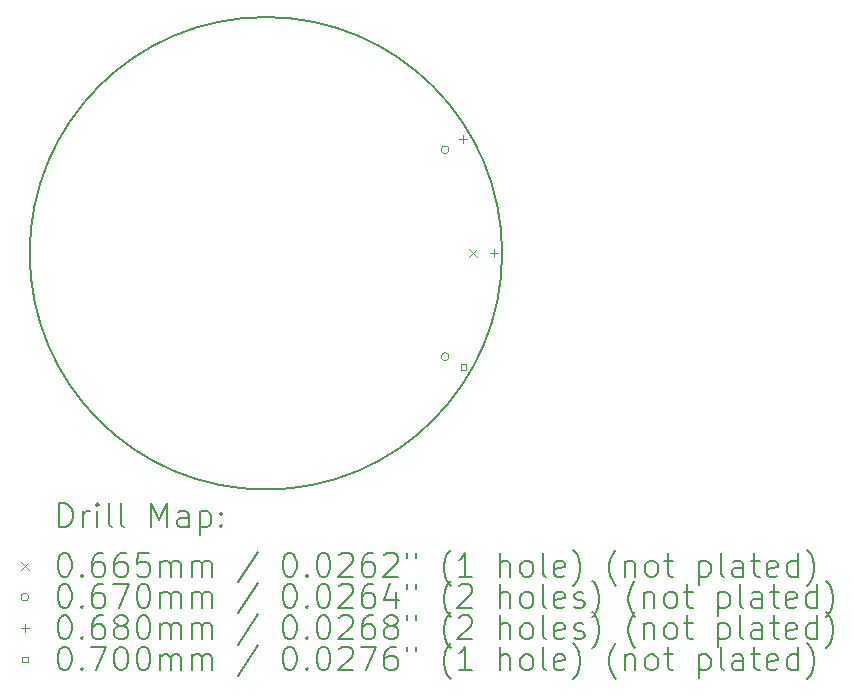
<source format=gbr>
%TF.GenerationSoftware,KiCad,Pcbnew,(6.0.11)*%
%TF.CreationDate,2023-03-31T13:59:01+02:00*%
%TF.ProjectId,Horloge,486f726c-6f67-4652-9e6b-696361645f70,rev?*%
%TF.SameCoordinates,Original*%
%TF.FileFunction,Drillmap*%
%TF.FilePolarity,Positive*%
%FSLAX45Y45*%
G04 Gerber Fmt 4.5, Leading zero omitted, Abs format (unit mm)*
G04 Created by KiCad (PCBNEW (6.0.11)) date 2023-03-31 13:59:01*
%MOMM*%
%LPD*%
G01*
G04 APERTURE LIST*
%ADD10C,0.150000*%
%ADD11C,0.200000*%
%ADD12C,0.066500*%
%ADD13C,0.067000*%
%ADD14C,0.068000*%
%ADD15C,0.070000*%
G04 APERTURE END LIST*
D10*
X10382000Y-9144000D02*
G75*
G03*
X10382000Y-9144000I-2000000J0D01*
G01*
D11*
D12*
X10100250Y-9110750D02*
X10166750Y-9177250D01*
X10166750Y-9110750D02*
X10100250Y-9177250D01*
D13*
X9932276Y-8268134D02*
G75*
G03*
X9932276Y-8268134I-33500J0D01*
G01*
X9932617Y-10019276D02*
G75*
G03*
X9932617Y-10019276I-33500J0D01*
G01*
D14*
X10054661Y-8144134D02*
X10054661Y-8212134D01*
X10020661Y-8178134D02*
X10088661Y-8178134D01*
X10313500Y-9110000D02*
X10313500Y-9178000D01*
X10279500Y-9144000D02*
X10347500Y-9144000D01*
D15*
X10079751Y-10134025D02*
X10079751Y-10084527D01*
X10030253Y-10084527D01*
X10030253Y-10134025D01*
X10079751Y-10134025D01*
D11*
X6632119Y-11461976D02*
X6632119Y-11261976D01*
X6679738Y-11261976D01*
X6708309Y-11271500D01*
X6727357Y-11290548D01*
X6736881Y-11309595D01*
X6746405Y-11347690D01*
X6746405Y-11376262D01*
X6736881Y-11414357D01*
X6727357Y-11433405D01*
X6708309Y-11452452D01*
X6679738Y-11461976D01*
X6632119Y-11461976D01*
X6832119Y-11461976D02*
X6832119Y-11328643D01*
X6832119Y-11366738D02*
X6841643Y-11347690D01*
X6851167Y-11338167D01*
X6870214Y-11328643D01*
X6889262Y-11328643D01*
X6955928Y-11461976D02*
X6955928Y-11328643D01*
X6955928Y-11261976D02*
X6946405Y-11271500D01*
X6955928Y-11281024D01*
X6965452Y-11271500D01*
X6955928Y-11261976D01*
X6955928Y-11281024D01*
X7079738Y-11461976D02*
X7060690Y-11452452D01*
X7051167Y-11433405D01*
X7051167Y-11261976D01*
X7184500Y-11461976D02*
X7165452Y-11452452D01*
X7155928Y-11433405D01*
X7155928Y-11261976D01*
X7413071Y-11461976D02*
X7413071Y-11261976D01*
X7479738Y-11404833D01*
X7546405Y-11261976D01*
X7546405Y-11461976D01*
X7727357Y-11461976D02*
X7727357Y-11357214D01*
X7717833Y-11338167D01*
X7698786Y-11328643D01*
X7660690Y-11328643D01*
X7641643Y-11338167D01*
X7727357Y-11452452D02*
X7708309Y-11461976D01*
X7660690Y-11461976D01*
X7641643Y-11452452D01*
X7632119Y-11433405D01*
X7632119Y-11414357D01*
X7641643Y-11395309D01*
X7660690Y-11385786D01*
X7708309Y-11385786D01*
X7727357Y-11376262D01*
X7822595Y-11328643D02*
X7822595Y-11528643D01*
X7822595Y-11338167D02*
X7841643Y-11328643D01*
X7879738Y-11328643D01*
X7898786Y-11338167D01*
X7908309Y-11347690D01*
X7917833Y-11366738D01*
X7917833Y-11423881D01*
X7908309Y-11442928D01*
X7898786Y-11452452D01*
X7879738Y-11461976D01*
X7841643Y-11461976D01*
X7822595Y-11452452D01*
X8003548Y-11442928D02*
X8013071Y-11452452D01*
X8003548Y-11461976D01*
X7994024Y-11452452D01*
X8003548Y-11442928D01*
X8003548Y-11461976D01*
X8003548Y-11338167D02*
X8013071Y-11347690D01*
X8003548Y-11357214D01*
X7994024Y-11347690D01*
X8003548Y-11338167D01*
X8003548Y-11357214D01*
D12*
X6308000Y-11758250D02*
X6374500Y-11824750D01*
X6374500Y-11758250D02*
X6308000Y-11824750D01*
D11*
X6670214Y-11681976D02*
X6689262Y-11681976D01*
X6708309Y-11691500D01*
X6717833Y-11701024D01*
X6727357Y-11720071D01*
X6736881Y-11758167D01*
X6736881Y-11805786D01*
X6727357Y-11843881D01*
X6717833Y-11862928D01*
X6708309Y-11872452D01*
X6689262Y-11881976D01*
X6670214Y-11881976D01*
X6651167Y-11872452D01*
X6641643Y-11862928D01*
X6632119Y-11843881D01*
X6622595Y-11805786D01*
X6622595Y-11758167D01*
X6632119Y-11720071D01*
X6641643Y-11701024D01*
X6651167Y-11691500D01*
X6670214Y-11681976D01*
X6822595Y-11862928D02*
X6832119Y-11872452D01*
X6822595Y-11881976D01*
X6813071Y-11872452D01*
X6822595Y-11862928D01*
X6822595Y-11881976D01*
X7003548Y-11681976D02*
X6965452Y-11681976D01*
X6946405Y-11691500D01*
X6936881Y-11701024D01*
X6917833Y-11729595D01*
X6908309Y-11767690D01*
X6908309Y-11843881D01*
X6917833Y-11862928D01*
X6927357Y-11872452D01*
X6946405Y-11881976D01*
X6984500Y-11881976D01*
X7003548Y-11872452D01*
X7013071Y-11862928D01*
X7022595Y-11843881D01*
X7022595Y-11796262D01*
X7013071Y-11777214D01*
X7003548Y-11767690D01*
X6984500Y-11758167D01*
X6946405Y-11758167D01*
X6927357Y-11767690D01*
X6917833Y-11777214D01*
X6908309Y-11796262D01*
X7194024Y-11681976D02*
X7155928Y-11681976D01*
X7136881Y-11691500D01*
X7127357Y-11701024D01*
X7108309Y-11729595D01*
X7098786Y-11767690D01*
X7098786Y-11843881D01*
X7108309Y-11862928D01*
X7117833Y-11872452D01*
X7136881Y-11881976D01*
X7174976Y-11881976D01*
X7194024Y-11872452D01*
X7203548Y-11862928D01*
X7213071Y-11843881D01*
X7213071Y-11796262D01*
X7203548Y-11777214D01*
X7194024Y-11767690D01*
X7174976Y-11758167D01*
X7136881Y-11758167D01*
X7117833Y-11767690D01*
X7108309Y-11777214D01*
X7098786Y-11796262D01*
X7394024Y-11681976D02*
X7298786Y-11681976D01*
X7289262Y-11777214D01*
X7298786Y-11767690D01*
X7317833Y-11758167D01*
X7365452Y-11758167D01*
X7384500Y-11767690D01*
X7394024Y-11777214D01*
X7403548Y-11796262D01*
X7403548Y-11843881D01*
X7394024Y-11862928D01*
X7384500Y-11872452D01*
X7365452Y-11881976D01*
X7317833Y-11881976D01*
X7298786Y-11872452D01*
X7289262Y-11862928D01*
X7489262Y-11881976D02*
X7489262Y-11748643D01*
X7489262Y-11767690D02*
X7498786Y-11758167D01*
X7517833Y-11748643D01*
X7546405Y-11748643D01*
X7565452Y-11758167D01*
X7574976Y-11777214D01*
X7574976Y-11881976D01*
X7574976Y-11777214D02*
X7584500Y-11758167D01*
X7603548Y-11748643D01*
X7632119Y-11748643D01*
X7651167Y-11758167D01*
X7660690Y-11777214D01*
X7660690Y-11881976D01*
X7755928Y-11881976D02*
X7755928Y-11748643D01*
X7755928Y-11767690D02*
X7765452Y-11758167D01*
X7784500Y-11748643D01*
X7813071Y-11748643D01*
X7832119Y-11758167D01*
X7841643Y-11777214D01*
X7841643Y-11881976D01*
X7841643Y-11777214D02*
X7851167Y-11758167D01*
X7870214Y-11748643D01*
X7898786Y-11748643D01*
X7917833Y-11758167D01*
X7927357Y-11777214D01*
X7927357Y-11881976D01*
X8317833Y-11672452D02*
X8146405Y-11929595D01*
X8574976Y-11681976D02*
X8594024Y-11681976D01*
X8613071Y-11691500D01*
X8622595Y-11701024D01*
X8632119Y-11720071D01*
X8641643Y-11758167D01*
X8641643Y-11805786D01*
X8632119Y-11843881D01*
X8622595Y-11862928D01*
X8613071Y-11872452D01*
X8594024Y-11881976D01*
X8574976Y-11881976D01*
X8555929Y-11872452D01*
X8546405Y-11862928D01*
X8536881Y-11843881D01*
X8527357Y-11805786D01*
X8527357Y-11758167D01*
X8536881Y-11720071D01*
X8546405Y-11701024D01*
X8555929Y-11691500D01*
X8574976Y-11681976D01*
X8727357Y-11862928D02*
X8736881Y-11872452D01*
X8727357Y-11881976D01*
X8717833Y-11872452D01*
X8727357Y-11862928D01*
X8727357Y-11881976D01*
X8860690Y-11681976D02*
X8879738Y-11681976D01*
X8898786Y-11691500D01*
X8908310Y-11701024D01*
X8917833Y-11720071D01*
X8927357Y-11758167D01*
X8927357Y-11805786D01*
X8917833Y-11843881D01*
X8908310Y-11862928D01*
X8898786Y-11872452D01*
X8879738Y-11881976D01*
X8860690Y-11881976D01*
X8841643Y-11872452D01*
X8832119Y-11862928D01*
X8822595Y-11843881D01*
X8813071Y-11805786D01*
X8813071Y-11758167D01*
X8822595Y-11720071D01*
X8832119Y-11701024D01*
X8841643Y-11691500D01*
X8860690Y-11681976D01*
X9003548Y-11701024D02*
X9013071Y-11691500D01*
X9032119Y-11681976D01*
X9079738Y-11681976D01*
X9098786Y-11691500D01*
X9108310Y-11701024D01*
X9117833Y-11720071D01*
X9117833Y-11739119D01*
X9108310Y-11767690D01*
X8994024Y-11881976D01*
X9117833Y-11881976D01*
X9289262Y-11681976D02*
X9251167Y-11681976D01*
X9232119Y-11691500D01*
X9222595Y-11701024D01*
X9203548Y-11729595D01*
X9194024Y-11767690D01*
X9194024Y-11843881D01*
X9203548Y-11862928D01*
X9213071Y-11872452D01*
X9232119Y-11881976D01*
X9270214Y-11881976D01*
X9289262Y-11872452D01*
X9298786Y-11862928D01*
X9308310Y-11843881D01*
X9308310Y-11796262D01*
X9298786Y-11777214D01*
X9289262Y-11767690D01*
X9270214Y-11758167D01*
X9232119Y-11758167D01*
X9213071Y-11767690D01*
X9203548Y-11777214D01*
X9194024Y-11796262D01*
X9384500Y-11701024D02*
X9394024Y-11691500D01*
X9413071Y-11681976D01*
X9460690Y-11681976D01*
X9479738Y-11691500D01*
X9489262Y-11701024D01*
X9498786Y-11720071D01*
X9498786Y-11739119D01*
X9489262Y-11767690D01*
X9374976Y-11881976D01*
X9498786Y-11881976D01*
X9574976Y-11681976D02*
X9574976Y-11720071D01*
X9651167Y-11681976D02*
X9651167Y-11720071D01*
X9946405Y-11958167D02*
X9936881Y-11948643D01*
X9917833Y-11920071D01*
X9908310Y-11901024D01*
X9898786Y-11872452D01*
X9889262Y-11824833D01*
X9889262Y-11786738D01*
X9898786Y-11739119D01*
X9908310Y-11710548D01*
X9917833Y-11691500D01*
X9936881Y-11662928D01*
X9946405Y-11653405D01*
X10127357Y-11881976D02*
X10013071Y-11881976D01*
X10070214Y-11881976D02*
X10070214Y-11681976D01*
X10051167Y-11710548D01*
X10032119Y-11729595D01*
X10013071Y-11739119D01*
X10365452Y-11881976D02*
X10365452Y-11681976D01*
X10451167Y-11881976D02*
X10451167Y-11777214D01*
X10441643Y-11758167D01*
X10422595Y-11748643D01*
X10394024Y-11748643D01*
X10374976Y-11758167D01*
X10365452Y-11767690D01*
X10574976Y-11881976D02*
X10555929Y-11872452D01*
X10546405Y-11862928D01*
X10536881Y-11843881D01*
X10536881Y-11786738D01*
X10546405Y-11767690D01*
X10555929Y-11758167D01*
X10574976Y-11748643D01*
X10603548Y-11748643D01*
X10622595Y-11758167D01*
X10632119Y-11767690D01*
X10641643Y-11786738D01*
X10641643Y-11843881D01*
X10632119Y-11862928D01*
X10622595Y-11872452D01*
X10603548Y-11881976D01*
X10574976Y-11881976D01*
X10755929Y-11881976D02*
X10736881Y-11872452D01*
X10727357Y-11853405D01*
X10727357Y-11681976D01*
X10908310Y-11872452D02*
X10889262Y-11881976D01*
X10851167Y-11881976D01*
X10832119Y-11872452D01*
X10822595Y-11853405D01*
X10822595Y-11777214D01*
X10832119Y-11758167D01*
X10851167Y-11748643D01*
X10889262Y-11748643D01*
X10908310Y-11758167D01*
X10917833Y-11777214D01*
X10917833Y-11796262D01*
X10822595Y-11815309D01*
X10984500Y-11958167D02*
X10994024Y-11948643D01*
X11013071Y-11920071D01*
X11022595Y-11901024D01*
X11032119Y-11872452D01*
X11041643Y-11824833D01*
X11041643Y-11786738D01*
X11032119Y-11739119D01*
X11022595Y-11710548D01*
X11013071Y-11691500D01*
X10994024Y-11662928D01*
X10984500Y-11653405D01*
X11346405Y-11958167D02*
X11336881Y-11948643D01*
X11317833Y-11920071D01*
X11308309Y-11901024D01*
X11298786Y-11872452D01*
X11289262Y-11824833D01*
X11289262Y-11786738D01*
X11298786Y-11739119D01*
X11308309Y-11710548D01*
X11317833Y-11691500D01*
X11336881Y-11662928D01*
X11346405Y-11653405D01*
X11422595Y-11748643D02*
X11422595Y-11881976D01*
X11422595Y-11767690D02*
X11432119Y-11758167D01*
X11451167Y-11748643D01*
X11479738Y-11748643D01*
X11498786Y-11758167D01*
X11508309Y-11777214D01*
X11508309Y-11881976D01*
X11632119Y-11881976D02*
X11613071Y-11872452D01*
X11603548Y-11862928D01*
X11594024Y-11843881D01*
X11594024Y-11786738D01*
X11603548Y-11767690D01*
X11613071Y-11758167D01*
X11632119Y-11748643D01*
X11660690Y-11748643D01*
X11679738Y-11758167D01*
X11689262Y-11767690D01*
X11698786Y-11786738D01*
X11698786Y-11843881D01*
X11689262Y-11862928D01*
X11679738Y-11872452D01*
X11660690Y-11881976D01*
X11632119Y-11881976D01*
X11755928Y-11748643D02*
X11832119Y-11748643D01*
X11784500Y-11681976D02*
X11784500Y-11853405D01*
X11794024Y-11872452D01*
X11813071Y-11881976D01*
X11832119Y-11881976D01*
X12051167Y-11748643D02*
X12051167Y-11948643D01*
X12051167Y-11758167D02*
X12070214Y-11748643D01*
X12108309Y-11748643D01*
X12127357Y-11758167D01*
X12136881Y-11767690D01*
X12146405Y-11786738D01*
X12146405Y-11843881D01*
X12136881Y-11862928D01*
X12127357Y-11872452D01*
X12108309Y-11881976D01*
X12070214Y-11881976D01*
X12051167Y-11872452D01*
X12260690Y-11881976D02*
X12241643Y-11872452D01*
X12232119Y-11853405D01*
X12232119Y-11681976D01*
X12422595Y-11881976D02*
X12422595Y-11777214D01*
X12413071Y-11758167D01*
X12394024Y-11748643D01*
X12355928Y-11748643D01*
X12336881Y-11758167D01*
X12422595Y-11872452D02*
X12403548Y-11881976D01*
X12355928Y-11881976D01*
X12336881Y-11872452D01*
X12327357Y-11853405D01*
X12327357Y-11834357D01*
X12336881Y-11815309D01*
X12355928Y-11805786D01*
X12403548Y-11805786D01*
X12422595Y-11796262D01*
X12489262Y-11748643D02*
X12565452Y-11748643D01*
X12517833Y-11681976D02*
X12517833Y-11853405D01*
X12527357Y-11872452D01*
X12546405Y-11881976D01*
X12565452Y-11881976D01*
X12708309Y-11872452D02*
X12689262Y-11881976D01*
X12651167Y-11881976D01*
X12632119Y-11872452D01*
X12622595Y-11853405D01*
X12622595Y-11777214D01*
X12632119Y-11758167D01*
X12651167Y-11748643D01*
X12689262Y-11748643D01*
X12708309Y-11758167D01*
X12717833Y-11777214D01*
X12717833Y-11796262D01*
X12622595Y-11815309D01*
X12889262Y-11881976D02*
X12889262Y-11681976D01*
X12889262Y-11872452D02*
X12870214Y-11881976D01*
X12832119Y-11881976D01*
X12813071Y-11872452D01*
X12803548Y-11862928D01*
X12794024Y-11843881D01*
X12794024Y-11786738D01*
X12803548Y-11767690D01*
X12813071Y-11758167D01*
X12832119Y-11748643D01*
X12870214Y-11748643D01*
X12889262Y-11758167D01*
X12965452Y-11958167D02*
X12974976Y-11948643D01*
X12994024Y-11920071D01*
X13003548Y-11901024D01*
X13013071Y-11872452D01*
X13022595Y-11824833D01*
X13022595Y-11786738D01*
X13013071Y-11739119D01*
X13003548Y-11710548D01*
X12994024Y-11691500D01*
X12974976Y-11662928D01*
X12965452Y-11653405D01*
D13*
X6374500Y-12055500D02*
G75*
G03*
X6374500Y-12055500I-33500J0D01*
G01*
D11*
X6670214Y-11945976D02*
X6689262Y-11945976D01*
X6708309Y-11955500D01*
X6717833Y-11965024D01*
X6727357Y-11984071D01*
X6736881Y-12022167D01*
X6736881Y-12069786D01*
X6727357Y-12107881D01*
X6717833Y-12126928D01*
X6708309Y-12136452D01*
X6689262Y-12145976D01*
X6670214Y-12145976D01*
X6651167Y-12136452D01*
X6641643Y-12126928D01*
X6632119Y-12107881D01*
X6622595Y-12069786D01*
X6622595Y-12022167D01*
X6632119Y-11984071D01*
X6641643Y-11965024D01*
X6651167Y-11955500D01*
X6670214Y-11945976D01*
X6822595Y-12126928D02*
X6832119Y-12136452D01*
X6822595Y-12145976D01*
X6813071Y-12136452D01*
X6822595Y-12126928D01*
X6822595Y-12145976D01*
X7003548Y-11945976D02*
X6965452Y-11945976D01*
X6946405Y-11955500D01*
X6936881Y-11965024D01*
X6917833Y-11993595D01*
X6908309Y-12031690D01*
X6908309Y-12107881D01*
X6917833Y-12126928D01*
X6927357Y-12136452D01*
X6946405Y-12145976D01*
X6984500Y-12145976D01*
X7003548Y-12136452D01*
X7013071Y-12126928D01*
X7022595Y-12107881D01*
X7022595Y-12060262D01*
X7013071Y-12041214D01*
X7003548Y-12031690D01*
X6984500Y-12022167D01*
X6946405Y-12022167D01*
X6927357Y-12031690D01*
X6917833Y-12041214D01*
X6908309Y-12060262D01*
X7089262Y-11945976D02*
X7222595Y-11945976D01*
X7136881Y-12145976D01*
X7336881Y-11945976D02*
X7355928Y-11945976D01*
X7374976Y-11955500D01*
X7384500Y-11965024D01*
X7394024Y-11984071D01*
X7403548Y-12022167D01*
X7403548Y-12069786D01*
X7394024Y-12107881D01*
X7384500Y-12126928D01*
X7374976Y-12136452D01*
X7355928Y-12145976D01*
X7336881Y-12145976D01*
X7317833Y-12136452D01*
X7308309Y-12126928D01*
X7298786Y-12107881D01*
X7289262Y-12069786D01*
X7289262Y-12022167D01*
X7298786Y-11984071D01*
X7308309Y-11965024D01*
X7317833Y-11955500D01*
X7336881Y-11945976D01*
X7489262Y-12145976D02*
X7489262Y-12012643D01*
X7489262Y-12031690D02*
X7498786Y-12022167D01*
X7517833Y-12012643D01*
X7546405Y-12012643D01*
X7565452Y-12022167D01*
X7574976Y-12041214D01*
X7574976Y-12145976D01*
X7574976Y-12041214D02*
X7584500Y-12022167D01*
X7603548Y-12012643D01*
X7632119Y-12012643D01*
X7651167Y-12022167D01*
X7660690Y-12041214D01*
X7660690Y-12145976D01*
X7755928Y-12145976D02*
X7755928Y-12012643D01*
X7755928Y-12031690D02*
X7765452Y-12022167D01*
X7784500Y-12012643D01*
X7813071Y-12012643D01*
X7832119Y-12022167D01*
X7841643Y-12041214D01*
X7841643Y-12145976D01*
X7841643Y-12041214D02*
X7851167Y-12022167D01*
X7870214Y-12012643D01*
X7898786Y-12012643D01*
X7917833Y-12022167D01*
X7927357Y-12041214D01*
X7927357Y-12145976D01*
X8317833Y-11936452D02*
X8146405Y-12193595D01*
X8574976Y-11945976D02*
X8594024Y-11945976D01*
X8613071Y-11955500D01*
X8622595Y-11965024D01*
X8632119Y-11984071D01*
X8641643Y-12022167D01*
X8641643Y-12069786D01*
X8632119Y-12107881D01*
X8622595Y-12126928D01*
X8613071Y-12136452D01*
X8594024Y-12145976D01*
X8574976Y-12145976D01*
X8555929Y-12136452D01*
X8546405Y-12126928D01*
X8536881Y-12107881D01*
X8527357Y-12069786D01*
X8527357Y-12022167D01*
X8536881Y-11984071D01*
X8546405Y-11965024D01*
X8555929Y-11955500D01*
X8574976Y-11945976D01*
X8727357Y-12126928D02*
X8736881Y-12136452D01*
X8727357Y-12145976D01*
X8717833Y-12136452D01*
X8727357Y-12126928D01*
X8727357Y-12145976D01*
X8860690Y-11945976D02*
X8879738Y-11945976D01*
X8898786Y-11955500D01*
X8908310Y-11965024D01*
X8917833Y-11984071D01*
X8927357Y-12022167D01*
X8927357Y-12069786D01*
X8917833Y-12107881D01*
X8908310Y-12126928D01*
X8898786Y-12136452D01*
X8879738Y-12145976D01*
X8860690Y-12145976D01*
X8841643Y-12136452D01*
X8832119Y-12126928D01*
X8822595Y-12107881D01*
X8813071Y-12069786D01*
X8813071Y-12022167D01*
X8822595Y-11984071D01*
X8832119Y-11965024D01*
X8841643Y-11955500D01*
X8860690Y-11945976D01*
X9003548Y-11965024D02*
X9013071Y-11955500D01*
X9032119Y-11945976D01*
X9079738Y-11945976D01*
X9098786Y-11955500D01*
X9108310Y-11965024D01*
X9117833Y-11984071D01*
X9117833Y-12003119D01*
X9108310Y-12031690D01*
X8994024Y-12145976D01*
X9117833Y-12145976D01*
X9289262Y-11945976D02*
X9251167Y-11945976D01*
X9232119Y-11955500D01*
X9222595Y-11965024D01*
X9203548Y-11993595D01*
X9194024Y-12031690D01*
X9194024Y-12107881D01*
X9203548Y-12126928D01*
X9213071Y-12136452D01*
X9232119Y-12145976D01*
X9270214Y-12145976D01*
X9289262Y-12136452D01*
X9298786Y-12126928D01*
X9308310Y-12107881D01*
X9308310Y-12060262D01*
X9298786Y-12041214D01*
X9289262Y-12031690D01*
X9270214Y-12022167D01*
X9232119Y-12022167D01*
X9213071Y-12031690D01*
X9203548Y-12041214D01*
X9194024Y-12060262D01*
X9479738Y-12012643D02*
X9479738Y-12145976D01*
X9432119Y-11936452D02*
X9384500Y-12079309D01*
X9508310Y-12079309D01*
X9574976Y-11945976D02*
X9574976Y-11984071D01*
X9651167Y-11945976D02*
X9651167Y-11984071D01*
X9946405Y-12222167D02*
X9936881Y-12212643D01*
X9917833Y-12184071D01*
X9908310Y-12165024D01*
X9898786Y-12136452D01*
X9889262Y-12088833D01*
X9889262Y-12050738D01*
X9898786Y-12003119D01*
X9908310Y-11974548D01*
X9917833Y-11955500D01*
X9936881Y-11926928D01*
X9946405Y-11917405D01*
X10013071Y-11965024D02*
X10022595Y-11955500D01*
X10041643Y-11945976D01*
X10089262Y-11945976D01*
X10108310Y-11955500D01*
X10117833Y-11965024D01*
X10127357Y-11984071D01*
X10127357Y-12003119D01*
X10117833Y-12031690D01*
X10003548Y-12145976D01*
X10127357Y-12145976D01*
X10365452Y-12145976D02*
X10365452Y-11945976D01*
X10451167Y-12145976D02*
X10451167Y-12041214D01*
X10441643Y-12022167D01*
X10422595Y-12012643D01*
X10394024Y-12012643D01*
X10374976Y-12022167D01*
X10365452Y-12031690D01*
X10574976Y-12145976D02*
X10555929Y-12136452D01*
X10546405Y-12126928D01*
X10536881Y-12107881D01*
X10536881Y-12050738D01*
X10546405Y-12031690D01*
X10555929Y-12022167D01*
X10574976Y-12012643D01*
X10603548Y-12012643D01*
X10622595Y-12022167D01*
X10632119Y-12031690D01*
X10641643Y-12050738D01*
X10641643Y-12107881D01*
X10632119Y-12126928D01*
X10622595Y-12136452D01*
X10603548Y-12145976D01*
X10574976Y-12145976D01*
X10755929Y-12145976D02*
X10736881Y-12136452D01*
X10727357Y-12117405D01*
X10727357Y-11945976D01*
X10908310Y-12136452D02*
X10889262Y-12145976D01*
X10851167Y-12145976D01*
X10832119Y-12136452D01*
X10822595Y-12117405D01*
X10822595Y-12041214D01*
X10832119Y-12022167D01*
X10851167Y-12012643D01*
X10889262Y-12012643D01*
X10908310Y-12022167D01*
X10917833Y-12041214D01*
X10917833Y-12060262D01*
X10822595Y-12079309D01*
X10994024Y-12136452D02*
X11013071Y-12145976D01*
X11051167Y-12145976D01*
X11070214Y-12136452D01*
X11079738Y-12117405D01*
X11079738Y-12107881D01*
X11070214Y-12088833D01*
X11051167Y-12079309D01*
X11022595Y-12079309D01*
X11003548Y-12069786D01*
X10994024Y-12050738D01*
X10994024Y-12041214D01*
X11003548Y-12022167D01*
X11022595Y-12012643D01*
X11051167Y-12012643D01*
X11070214Y-12022167D01*
X11146405Y-12222167D02*
X11155929Y-12212643D01*
X11174976Y-12184071D01*
X11184500Y-12165024D01*
X11194024Y-12136452D01*
X11203548Y-12088833D01*
X11203548Y-12050738D01*
X11194024Y-12003119D01*
X11184500Y-11974548D01*
X11174976Y-11955500D01*
X11155929Y-11926928D01*
X11146405Y-11917405D01*
X11508309Y-12222167D02*
X11498786Y-12212643D01*
X11479738Y-12184071D01*
X11470214Y-12165024D01*
X11460690Y-12136452D01*
X11451167Y-12088833D01*
X11451167Y-12050738D01*
X11460690Y-12003119D01*
X11470214Y-11974548D01*
X11479738Y-11955500D01*
X11498786Y-11926928D01*
X11508309Y-11917405D01*
X11584500Y-12012643D02*
X11584500Y-12145976D01*
X11584500Y-12031690D02*
X11594024Y-12022167D01*
X11613071Y-12012643D01*
X11641643Y-12012643D01*
X11660690Y-12022167D01*
X11670214Y-12041214D01*
X11670214Y-12145976D01*
X11794024Y-12145976D02*
X11774976Y-12136452D01*
X11765452Y-12126928D01*
X11755928Y-12107881D01*
X11755928Y-12050738D01*
X11765452Y-12031690D01*
X11774976Y-12022167D01*
X11794024Y-12012643D01*
X11822595Y-12012643D01*
X11841643Y-12022167D01*
X11851167Y-12031690D01*
X11860690Y-12050738D01*
X11860690Y-12107881D01*
X11851167Y-12126928D01*
X11841643Y-12136452D01*
X11822595Y-12145976D01*
X11794024Y-12145976D01*
X11917833Y-12012643D02*
X11994024Y-12012643D01*
X11946405Y-11945976D02*
X11946405Y-12117405D01*
X11955928Y-12136452D01*
X11974976Y-12145976D01*
X11994024Y-12145976D01*
X12213071Y-12012643D02*
X12213071Y-12212643D01*
X12213071Y-12022167D02*
X12232119Y-12012643D01*
X12270214Y-12012643D01*
X12289262Y-12022167D01*
X12298786Y-12031690D01*
X12308309Y-12050738D01*
X12308309Y-12107881D01*
X12298786Y-12126928D01*
X12289262Y-12136452D01*
X12270214Y-12145976D01*
X12232119Y-12145976D01*
X12213071Y-12136452D01*
X12422595Y-12145976D02*
X12403548Y-12136452D01*
X12394024Y-12117405D01*
X12394024Y-11945976D01*
X12584500Y-12145976D02*
X12584500Y-12041214D01*
X12574976Y-12022167D01*
X12555928Y-12012643D01*
X12517833Y-12012643D01*
X12498786Y-12022167D01*
X12584500Y-12136452D02*
X12565452Y-12145976D01*
X12517833Y-12145976D01*
X12498786Y-12136452D01*
X12489262Y-12117405D01*
X12489262Y-12098357D01*
X12498786Y-12079309D01*
X12517833Y-12069786D01*
X12565452Y-12069786D01*
X12584500Y-12060262D01*
X12651167Y-12012643D02*
X12727357Y-12012643D01*
X12679738Y-11945976D02*
X12679738Y-12117405D01*
X12689262Y-12136452D01*
X12708309Y-12145976D01*
X12727357Y-12145976D01*
X12870214Y-12136452D02*
X12851167Y-12145976D01*
X12813071Y-12145976D01*
X12794024Y-12136452D01*
X12784500Y-12117405D01*
X12784500Y-12041214D01*
X12794024Y-12022167D01*
X12813071Y-12012643D01*
X12851167Y-12012643D01*
X12870214Y-12022167D01*
X12879738Y-12041214D01*
X12879738Y-12060262D01*
X12784500Y-12079309D01*
X13051167Y-12145976D02*
X13051167Y-11945976D01*
X13051167Y-12136452D02*
X13032119Y-12145976D01*
X12994024Y-12145976D01*
X12974976Y-12136452D01*
X12965452Y-12126928D01*
X12955928Y-12107881D01*
X12955928Y-12050738D01*
X12965452Y-12031690D01*
X12974976Y-12022167D01*
X12994024Y-12012643D01*
X13032119Y-12012643D01*
X13051167Y-12022167D01*
X13127357Y-12222167D02*
X13136881Y-12212643D01*
X13155928Y-12184071D01*
X13165452Y-12165024D01*
X13174976Y-12136452D01*
X13184500Y-12088833D01*
X13184500Y-12050738D01*
X13174976Y-12003119D01*
X13165452Y-11974548D01*
X13155928Y-11955500D01*
X13136881Y-11926928D01*
X13127357Y-11917405D01*
D14*
X6340500Y-12285500D02*
X6340500Y-12353500D01*
X6306500Y-12319500D02*
X6374500Y-12319500D01*
D11*
X6670214Y-12209976D02*
X6689262Y-12209976D01*
X6708309Y-12219500D01*
X6717833Y-12229024D01*
X6727357Y-12248071D01*
X6736881Y-12286167D01*
X6736881Y-12333786D01*
X6727357Y-12371881D01*
X6717833Y-12390928D01*
X6708309Y-12400452D01*
X6689262Y-12409976D01*
X6670214Y-12409976D01*
X6651167Y-12400452D01*
X6641643Y-12390928D01*
X6632119Y-12371881D01*
X6622595Y-12333786D01*
X6622595Y-12286167D01*
X6632119Y-12248071D01*
X6641643Y-12229024D01*
X6651167Y-12219500D01*
X6670214Y-12209976D01*
X6822595Y-12390928D02*
X6832119Y-12400452D01*
X6822595Y-12409976D01*
X6813071Y-12400452D01*
X6822595Y-12390928D01*
X6822595Y-12409976D01*
X7003548Y-12209976D02*
X6965452Y-12209976D01*
X6946405Y-12219500D01*
X6936881Y-12229024D01*
X6917833Y-12257595D01*
X6908309Y-12295690D01*
X6908309Y-12371881D01*
X6917833Y-12390928D01*
X6927357Y-12400452D01*
X6946405Y-12409976D01*
X6984500Y-12409976D01*
X7003548Y-12400452D01*
X7013071Y-12390928D01*
X7022595Y-12371881D01*
X7022595Y-12324262D01*
X7013071Y-12305214D01*
X7003548Y-12295690D01*
X6984500Y-12286167D01*
X6946405Y-12286167D01*
X6927357Y-12295690D01*
X6917833Y-12305214D01*
X6908309Y-12324262D01*
X7136881Y-12295690D02*
X7117833Y-12286167D01*
X7108309Y-12276643D01*
X7098786Y-12257595D01*
X7098786Y-12248071D01*
X7108309Y-12229024D01*
X7117833Y-12219500D01*
X7136881Y-12209976D01*
X7174976Y-12209976D01*
X7194024Y-12219500D01*
X7203548Y-12229024D01*
X7213071Y-12248071D01*
X7213071Y-12257595D01*
X7203548Y-12276643D01*
X7194024Y-12286167D01*
X7174976Y-12295690D01*
X7136881Y-12295690D01*
X7117833Y-12305214D01*
X7108309Y-12314738D01*
X7098786Y-12333786D01*
X7098786Y-12371881D01*
X7108309Y-12390928D01*
X7117833Y-12400452D01*
X7136881Y-12409976D01*
X7174976Y-12409976D01*
X7194024Y-12400452D01*
X7203548Y-12390928D01*
X7213071Y-12371881D01*
X7213071Y-12333786D01*
X7203548Y-12314738D01*
X7194024Y-12305214D01*
X7174976Y-12295690D01*
X7336881Y-12209976D02*
X7355928Y-12209976D01*
X7374976Y-12219500D01*
X7384500Y-12229024D01*
X7394024Y-12248071D01*
X7403548Y-12286167D01*
X7403548Y-12333786D01*
X7394024Y-12371881D01*
X7384500Y-12390928D01*
X7374976Y-12400452D01*
X7355928Y-12409976D01*
X7336881Y-12409976D01*
X7317833Y-12400452D01*
X7308309Y-12390928D01*
X7298786Y-12371881D01*
X7289262Y-12333786D01*
X7289262Y-12286167D01*
X7298786Y-12248071D01*
X7308309Y-12229024D01*
X7317833Y-12219500D01*
X7336881Y-12209976D01*
X7489262Y-12409976D02*
X7489262Y-12276643D01*
X7489262Y-12295690D02*
X7498786Y-12286167D01*
X7517833Y-12276643D01*
X7546405Y-12276643D01*
X7565452Y-12286167D01*
X7574976Y-12305214D01*
X7574976Y-12409976D01*
X7574976Y-12305214D02*
X7584500Y-12286167D01*
X7603548Y-12276643D01*
X7632119Y-12276643D01*
X7651167Y-12286167D01*
X7660690Y-12305214D01*
X7660690Y-12409976D01*
X7755928Y-12409976D02*
X7755928Y-12276643D01*
X7755928Y-12295690D02*
X7765452Y-12286167D01*
X7784500Y-12276643D01*
X7813071Y-12276643D01*
X7832119Y-12286167D01*
X7841643Y-12305214D01*
X7841643Y-12409976D01*
X7841643Y-12305214D02*
X7851167Y-12286167D01*
X7870214Y-12276643D01*
X7898786Y-12276643D01*
X7917833Y-12286167D01*
X7927357Y-12305214D01*
X7927357Y-12409976D01*
X8317833Y-12200452D02*
X8146405Y-12457595D01*
X8574976Y-12209976D02*
X8594024Y-12209976D01*
X8613071Y-12219500D01*
X8622595Y-12229024D01*
X8632119Y-12248071D01*
X8641643Y-12286167D01*
X8641643Y-12333786D01*
X8632119Y-12371881D01*
X8622595Y-12390928D01*
X8613071Y-12400452D01*
X8594024Y-12409976D01*
X8574976Y-12409976D01*
X8555929Y-12400452D01*
X8546405Y-12390928D01*
X8536881Y-12371881D01*
X8527357Y-12333786D01*
X8527357Y-12286167D01*
X8536881Y-12248071D01*
X8546405Y-12229024D01*
X8555929Y-12219500D01*
X8574976Y-12209976D01*
X8727357Y-12390928D02*
X8736881Y-12400452D01*
X8727357Y-12409976D01*
X8717833Y-12400452D01*
X8727357Y-12390928D01*
X8727357Y-12409976D01*
X8860690Y-12209976D02*
X8879738Y-12209976D01*
X8898786Y-12219500D01*
X8908310Y-12229024D01*
X8917833Y-12248071D01*
X8927357Y-12286167D01*
X8927357Y-12333786D01*
X8917833Y-12371881D01*
X8908310Y-12390928D01*
X8898786Y-12400452D01*
X8879738Y-12409976D01*
X8860690Y-12409976D01*
X8841643Y-12400452D01*
X8832119Y-12390928D01*
X8822595Y-12371881D01*
X8813071Y-12333786D01*
X8813071Y-12286167D01*
X8822595Y-12248071D01*
X8832119Y-12229024D01*
X8841643Y-12219500D01*
X8860690Y-12209976D01*
X9003548Y-12229024D02*
X9013071Y-12219500D01*
X9032119Y-12209976D01*
X9079738Y-12209976D01*
X9098786Y-12219500D01*
X9108310Y-12229024D01*
X9117833Y-12248071D01*
X9117833Y-12267119D01*
X9108310Y-12295690D01*
X8994024Y-12409976D01*
X9117833Y-12409976D01*
X9289262Y-12209976D02*
X9251167Y-12209976D01*
X9232119Y-12219500D01*
X9222595Y-12229024D01*
X9203548Y-12257595D01*
X9194024Y-12295690D01*
X9194024Y-12371881D01*
X9203548Y-12390928D01*
X9213071Y-12400452D01*
X9232119Y-12409976D01*
X9270214Y-12409976D01*
X9289262Y-12400452D01*
X9298786Y-12390928D01*
X9308310Y-12371881D01*
X9308310Y-12324262D01*
X9298786Y-12305214D01*
X9289262Y-12295690D01*
X9270214Y-12286167D01*
X9232119Y-12286167D01*
X9213071Y-12295690D01*
X9203548Y-12305214D01*
X9194024Y-12324262D01*
X9422595Y-12295690D02*
X9403548Y-12286167D01*
X9394024Y-12276643D01*
X9384500Y-12257595D01*
X9384500Y-12248071D01*
X9394024Y-12229024D01*
X9403548Y-12219500D01*
X9422595Y-12209976D01*
X9460690Y-12209976D01*
X9479738Y-12219500D01*
X9489262Y-12229024D01*
X9498786Y-12248071D01*
X9498786Y-12257595D01*
X9489262Y-12276643D01*
X9479738Y-12286167D01*
X9460690Y-12295690D01*
X9422595Y-12295690D01*
X9403548Y-12305214D01*
X9394024Y-12314738D01*
X9384500Y-12333786D01*
X9384500Y-12371881D01*
X9394024Y-12390928D01*
X9403548Y-12400452D01*
X9422595Y-12409976D01*
X9460690Y-12409976D01*
X9479738Y-12400452D01*
X9489262Y-12390928D01*
X9498786Y-12371881D01*
X9498786Y-12333786D01*
X9489262Y-12314738D01*
X9479738Y-12305214D01*
X9460690Y-12295690D01*
X9574976Y-12209976D02*
X9574976Y-12248071D01*
X9651167Y-12209976D02*
X9651167Y-12248071D01*
X9946405Y-12486167D02*
X9936881Y-12476643D01*
X9917833Y-12448071D01*
X9908310Y-12429024D01*
X9898786Y-12400452D01*
X9889262Y-12352833D01*
X9889262Y-12314738D01*
X9898786Y-12267119D01*
X9908310Y-12238548D01*
X9917833Y-12219500D01*
X9936881Y-12190928D01*
X9946405Y-12181405D01*
X10013071Y-12229024D02*
X10022595Y-12219500D01*
X10041643Y-12209976D01*
X10089262Y-12209976D01*
X10108310Y-12219500D01*
X10117833Y-12229024D01*
X10127357Y-12248071D01*
X10127357Y-12267119D01*
X10117833Y-12295690D01*
X10003548Y-12409976D01*
X10127357Y-12409976D01*
X10365452Y-12409976D02*
X10365452Y-12209976D01*
X10451167Y-12409976D02*
X10451167Y-12305214D01*
X10441643Y-12286167D01*
X10422595Y-12276643D01*
X10394024Y-12276643D01*
X10374976Y-12286167D01*
X10365452Y-12295690D01*
X10574976Y-12409976D02*
X10555929Y-12400452D01*
X10546405Y-12390928D01*
X10536881Y-12371881D01*
X10536881Y-12314738D01*
X10546405Y-12295690D01*
X10555929Y-12286167D01*
X10574976Y-12276643D01*
X10603548Y-12276643D01*
X10622595Y-12286167D01*
X10632119Y-12295690D01*
X10641643Y-12314738D01*
X10641643Y-12371881D01*
X10632119Y-12390928D01*
X10622595Y-12400452D01*
X10603548Y-12409976D01*
X10574976Y-12409976D01*
X10755929Y-12409976D02*
X10736881Y-12400452D01*
X10727357Y-12381405D01*
X10727357Y-12209976D01*
X10908310Y-12400452D02*
X10889262Y-12409976D01*
X10851167Y-12409976D01*
X10832119Y-12400452D01*
X10822595Y-12381405D01*
X10822595Y-12305214D01*
X10832119Y-12286167D01*
X10851167Y-12276643D01*
X10889262Y-12276643D01*
X10908310Y-12286167D01*
X10917833Y-12305214D01*
X10917833Y-12324262D01*
X10822595Y-12343309D01*
X10994024Y-12400452D02*
X11013071Y-12409976D01*
X11051167Y-12409976D01*
X11070214Y-12400452D01*
X11079738Y-12381405D01*
X11079738Y-12371881D01*
X11070214Y-12352833D01*
X11051167Y-12343309D01*
X11022595Y-12343309D01*
X11003548Y-12333786D01*
X10994024Y-12314738D01*
X10994024Y-12305214D01*
X11003548Y-12286167D01*
X11022595Y-12276643D01*
X11051167Y-12276643D01*
X11070214Y-12286167D01*
X11146405Y-12486167D02*
X11155929Y-12476643D01*
X11174976Y-12448071D01*
X11184500Y-12429024D01*
X11194024Y-12400452D01*
X11203548Y-12352833D01*
X11203548Y-12314738D01*
X11194024Y-12267119D01*
X11184500Y-12238548D01*
X11174976Y-12219500D01*
X11155929Y-12190928D01*
X11146405Y-12181405D01*
X11508309Y-12486167D02*
X11498786Y-12476643D01*
X11479738Y-12448071D01*
X11470214Y-12429024D01*
X11460690Y-12400452D01*
X11451167Y-12352833D01*
X11451167Y-12314738D01*
X11460690Y-12267119D01*
X11470214Y-12238548D01*
X11479738Y-12219500D01*
X11498786Y-12190928D01*
X11508309Y-12181405D01*
X11584500Y-12276643D02*
X11584500Y-12409976D01*
X11584500Y-12295690D02*
X11594024Y-12286167D01*
X11613071Y-12276643D01*
X11641643Y-12276643D01*
X11660690Y-12286167D01*
X11670214Y-12305214D01*
X11670214Y-12409976D01*
X11794024Y-12409976D02*
X11774976Y-12400452D01*
X11765452Y-12390928D01*
X11755928Y-12371881D01*
X11755928Y-12314738D01*
X11765452Y-12295690D01*
X11774976Y-12286167D01*
X11794024Y-12276643D01*
X11822595Y-12276643D01*
X11841643Y-12286167D01*
X11851167Y-12295690D01*
X11860690Y-12314738D01*
X11860690Y-12371881D01*
X11851167Y-12390928D01*
X11841643Y-12400452D01*
X11822595Y-12409976D01*
X11794024Y-12409976D01*
X11917833Y-12276643D02*
X11994024Y-12276643D01*
X11946405Y-12209976D02*
X11946405Y-12381405D01*
X11955928Y-12400452D01*
X11974976Y-12409976D01*
X11994024Y-12409976D01*
X12213071Y-12276643D02*
X12213071Y-12476643D01*
X12213071Y-12286167D02*
X12232119Y-12276643D01*
X12270214Y-12276643D01*
X12289262Y-12286167D01*
X12298786Y-12295690D01*
X12308309Y-12314738D01*
X12308309Y-12371881D01*
X12298786Y-12390928D01*
X12289262Y-12400452D01*
X12270214Y-12409976D01*
X12232119Y-12409976D01*
X12213071Y-12400452D01*
X12422595Y-12409976D02*
X12403548Y-12400452D01*
X12394024Y-12381405D01*
X12394024Y-12209976D01*
X12584500Y-12409976D02*
X12584500Y-12305214D01*
X12574976Y-12286167D01*
X12555928Y-12276643D01*
X12517833Y-12276643D01*
X12498786Y-12286167D01*
X12584500Y-12400452D02*
X12565452Y-12409976D01*
X12517833Y-12409976D01*
X12498786Y-12400452D01*
X12489262Y-12381405D01*
X12489262Y-12362357D01*
X12498786Y-12343309D01*
X12517833Y-12333786D01*
X12565452Y-12333786D01*
X12584500Y-12324262D01*
X12651167Y-12276643D02*
X12727357Y-12276643D01*
X12679738Y-12209976D02*
X12679738Y-12381405D01*
X12689262Y-12400452D01*
X12708309Y-12409976D01*
X12727357Y-12409976D01*
X12870214Y-12400452D02*
X12851167Y-12409976D01*
X12813071Y-12409976D01*
X12794024Y-12400452D01*
X12784500Y-12381405D01*
X12784500Y-12305214D01*
X12794024Y-12286167D01*
X12813071Y-12276643D01*
X12851167Y-12276643D01*
X12870214Y-12286167D01*
X12879738Y-12305214D01*
X12879738Y-12324262D01*
X12784500Y-12343309D01*
X13051167Y-12409976D02*
X13051167Y-12209976D01*
X13051167Y-12400452D02*
X13032119Y-12409976D01*
X12994024Y-12409976D01*
X12974976Y-12400452D01*
X12965452Y-12390928D01*
X12955928Y-12371881D01*
X12955928Y-12314738D01*
X12965452Y-12295690D01*
X12974976Y-12286167D01*
X12994024Y-12276643D01*
X13032119Y-12276643D01*
X13051167Y-12286167D01*
X13127357Y-12486167D02*
X13136881Y-12476643D01*
X13155928Y-12448071D01*
X13165452Y-12429024D01*
X13174976Y-12400452D01*
X13184500Y-12352833D01*
X13184500Y-12314738D01*
X13174976Y-12267119D01*
X13165452Y-12238548D01*
X13155928Y-12219500D01*
X13136881Y-12190928D01*
X13127357Y-12181405D01*
D15*
X6364249Y-12608249D02*
X6364249Y-12558751D01*
X6314751Y-12558751D01*
X6314751Y-12608249D01*
X6364249Y-12608249D01*
D11*
X6670214Y-12473976D02*
X6689262Y-12473976D01*
X6708309Y-12483500D01*
X6717833Y-12493024D01*
X6727357Y-12512071D01*
X6736881Y-12550167D01*
X6736881Y-12597786D01*
X6727357Y-12635881D01*
X6717833Y-12654928D01*
X6708309Y-12664452D01*
X6689262Y-12673976D01*
X6670214Y-12673976D01*
X6651167Y-12664452D01*
X6641643Y-12654928D01*
X6632119Y-12635881D01*
X6622595Y-12597786D01*
X6622595Y-12550167D01*
X6632119Y-12512071D01*
X6641643Y-12493024D01*
X6651167Y-12483500D01*
X6670214Y-12473976D01*
X6822595Y-12654928D02*
X6832119Y-12664452D01*
X6822595Y-12673976D01*
X6813071Y-12664452D01*
X6822595Y-12654928D01*
X6822595Y-12673976D01*
X6898786Y-12473976D02*
X7032119Y-12473976D01*
X6946405Y-12673976D01*
X7146405Y-12473976D02*
X7165452Y-12473976D01*
X7184500Y-12483500D01*
X7194024Y-12493024D01*
X7203548Y-12512071D01*
X7213071Y-12550167D01*
X7213071Y-12597786D01*
X7203548Y-12635881D01*
X7194024Y-12654928D01*
X7184500Y-12664452D01*
X7165452Y-12673976D01*
X7146405Y-12673976D01*
X7127357Y-12664452D01*
X7117833Y-12654928D01*
X7108309Y-12635881D01*
X7098786Y-12597786D01*
X7098786Y-12550167D01*
X7108309Y-12512071D01*
X7117833Y-12493024D01*
X7127357Y-12483500D01*
X7146405Y-12473976D01*
X7336881Y-12473976D02*
X7355928Y-12473976D01*
X7374976Y-12483500D01*
X7384500Y-12493024D01*
X7394024Y-12512071D01*
X7403548Y-12550167D01*
X7403548Y-12597786D01*
X7394024Y-12635881D01*
X7384500Y-12654928D01*
X7374976Y-12664452D01*
X7355928Y-12673976D01*
X7336881Y-12673976D01*
X7317833Y-12664452D01*
X7308309Y-12654928D01*
X7298786Y-12635881D01*
X7289262Y-12597786D01*
X7289262Y-12550167D01*
X7298786Y-12512071D01*
X7308309Y-12493024D01*
X7317833Y-12483500D01*
X7336881Y-12473976D01*
X7489262Y-12673976D02*
X7489262Y-12540643D01*
X7489262Y-12559690D02*
X7498786Y-12550167D01*
X7517833Y-12540643D01*
X7546405Y-12540643D01*
X7565452Y-12550167D01*
X7574976Y-12569214D01*
X7574976Y-12673976D01*
X7574976Y-12569214D02*
X7584500Y-12550167D01*
X7603548Y-12540643D01*
X7632119Y-12540643D01*
X7651167Y-12550167D01*
X7660690Y-12569214D01*
X7660690Y-12673976D01*
X7755928Y-12673976D02*
X7755928Y-12540643D01*
X7755928Y-12559690D02*
X7765452Y-12550167D01*
X7784500Y-12540643D01*
X7813071Y-12540643D01*
X7832119Y-12550167D01*
X7841643Y-12569214D01*
X7841643Y-12673976D01*
X7841643Y-12569214D02*
X7851167Y-12550167D01*
X7870214Y-12540643D01*
X7898786Y-12540643D01*
X7917833Y-12550167D01*
X7927357Y-12569214D01*
X7927357Y-12673976D01*
X8317833Y-12464452D02*
X8146405Y-12721595D01*
X8574976Y-12473976D02*
X8594024Y-12473976D01*
X8613071Y-12483500D01*
X8622595Y-12493024D01*
X8632119Y-12512071D01*
X8641643Y-12550167D01*
X8641643Y-12597786D01*
X8632119Y-12635881D01*
X8622595Y-12654928D01*
X8613071Y-12664452D01*
X8594024Y-12673976D01*
X8574976Y-12673976D01*
X8555929Y-12664452D01*
X8546405Y-12654928D01*
X8536881Y-12635881D01*
X8527357Y-12597786D01*
X8527357Y-12550167D01*
X8536881Y-12512071D01*
X8546405Y-12493024D01*
X8555929Y-12483500D01*
X8574976Y-12473976D01*
X8727357Y-12654928D02*
X8736881Y-12664452D01*
X8727357Y-12673976D01*
X8717833Y-12664452D01*
X8727357Y-12654928D01*
X8727357Y-12673976D01*
X8860690Y-12473976D02*
X8879738Y-12473976D01*
X8898786Y-12483500D01*
X8908310Y-12493024D01*
X8917833Y-12512071D01*
X8927357Y-12550167D01*
X8927357Y-12597786D01*
X8917833Y-12635881D01*
X8908310Y-12654928D01*
X8898786Y-12664452D01*
X8879738Y-12673976D01*
X8860690Y-12673976D01*
X8841643Y-12664452D01*
X8832119Y-12654928D01*
X8822595Y-12635881D01*
X8813071Y-12597786D01*
X8813071Y-12550167D01*
X8822595Y-12512071D01*
X8832119Y-12493024D01*
X8841643Y-12483500D01*
X8860690Y-12473976D01*
X9003548Y-12493024D02*
X9013071Y-12483500D01*
X9032119Y-12473976D01*
X9079738Y-12473976D01*
X9098786Y-12483500D01*
X9108310Y-12493024D01*
X9117833Y-12512071D01*
X9117833Y-12531119D01*
X9108310Y-12559690D01*
X8994024Y-12673976D01*
X9117833Y-12673976D01*
X9184500Y-12473976D02*
X9317833Y-12473976D01*
X9232119Y-12673976D01*
X9479738Y-12473976D02*
X9441643Y-12473976D01*
X9422595Y-12483500D01*
X9413071Y-12493024D01*
X9394024Y-12521595D01*
X9384500Y-12559690D01*
X9384500Y-12635881D01*
X9394024Y-12654928D01*
X9403548Y-12664452D01*
X9422595Y-12673976D01*
X9460690Y-12673976D01*
X9479738Y-12664452D01*
X9489262Y-12654928D01*
X9498786Y-12635881D01*
X9498786Y-12588262D01*
X9489262Y-12569214D01*
X9479738Y-12559690D01*
X9460690Y-12550167D01*
X9422595Y-12550167D01*
X9403548Y-12559690D01*
X9394024Y-12569214D01*
X9384500Y-12588262D01*
X9574976Y-12473976D02*
X9574976Y-12512071D01*
X9651167Y-12473976D02*
X9651167Y-12512071D01*
X9946405Y-12750167D02*
X9936881Y-12740643D01*
X9917833Y-12712071D01*
X9908310Y-12693024D01*
X9898786Y-12664452D01*
X9889262Y-12616833D01*
X9889262Y-12578738D01*
X9898786Y-12531119D01*
X9908310Y-12502548D01*
X9917833Y-12483500D01*
X9936881Y-12454928D01*
X9946405Y-12445405D01*
X10127357Y-12673976D02*
X10013071Y-12673976D01*
X10070214Y-12673976D02*
X10070214Y-12473976D01*
X10051167Y-12502548D01*
X10032119Y-12521595D01*
X10013071Y-12531119D01*
X10365452Y-12673976D02*
X10365452Y-12473976D01*
X10451167Y-12673976D02*
X10451167Y-12569214D01*
X10441643Y-12550167D01*
X10422595Y-12540643D01*
X10394024Y-12540643D01*
X10374976Y-12550167D01*
X10365452Y-12559690D01*
X10574976Y-12673976D02*
X10555929Y-12664452D01*
X10546405Y-12654928D01*
X10536881Y-12635881D01*
X10536881Y-12578738D01*
X10546405Y-12559690D01*
X10555929Y-12550167D01*
X10574976Y-12540643D01*
X10603548Y-12540643D01*
X10622595Y-12550167D01*
X10632119Y-12559690D01*
X10641643Y-12578738D01*
X10641643Y-12635881D01*
X10632119Y-12654928D01*
X10622595Y-12664452D01*
X10603548Y-12673976D01*
X10574976Y-12673976D01*
X10755929Y-12673976D02*
X10736881Y-12664452D01*
X10727357Y-12645405D01*
X10727357Y-12473976D01*
X10908310Y-12664452D02*
X10889262Y-12673976D01*
X10851167Y-12673976D01*
X10832119Y-12664452D01*
X10822595Y-12645405D01*
X10822595Y-12569214D01*
X10832119Y-12550167D01*
X10851167Y-12540643D01*
X10889262Y-12540643D01*
X10908310Y-12550167D01*
X10917833Y-12569214D01*
X10917833Y-12588262D01*
X10822595Y-12607309D01*
X10984500Y-12750167D02*
X10994024Y-12740643D01*
X11013071Y-12712071D01*
X11022595Y-12693024D01*
X11032119Y-12664452D01*
X11041643Y-12616833D01*
X11041643Y-12578738D01*
X11032119Y-12531119D01*
X11022595Y-12502548D01*
X11013071Y-12483500D01*
X10994024Y-12454928D01*
X10984500Y-12445405D01*
X11346405Y-12750167D02*
X11336881Y-12740643D01*
X11317833Y-12712071D01*
X11308309Y-12693024D01*
X11298786Y-12664452D01*
X11289262Y-12616833D01*
X11289262Y-12578738D01*
X11298786Y-12531119D01*
X11308309Y-12502548D01*
X11317833Y-12483500D01*
X11336881Y-12454928D01*
X11346405Y-12445405D01*
X11422595Y-12540643D02*
X11422595Y-12673976D01*
X11422595Y-12559690D02*
X11432119Y-12550167D01*
X11451167Y-12540643D01*
X11479738Y-12540643D01*
X11498786Y-12550167D01*
X11508309Y-12569214D01*
X11508309Y-12673976D01*
X11632119Y-12673976D02*
X11613071Y-12664452D01*
X11603548Y-12654928D01*
X11594024Y-12635881D01*
X11594024Y-12578738D01*
X11603548Y-12559690D01*
X11613071Y-12550167D01*
X11632119Y-12540643D01*
X11660690Y-12540643D01*
X11679738Y-12550167D01*
X11689262Y-12559690D01*
X11698786Y-12578738D01*
X11698786Y-12635881D01*
X11689262Y-12654928D01*
X11679738Y-12664452D01*
X11660690Y-12673976D01*
X11632119Y-12673976D01*
X11755928Y-12540643D02*
X11832119Y-12540643D01*
X11784500Y-12473976D02*
X11784500Y-12645405D01*
X11794024Y-12664452D01*
X11813071Y-12673976D01*
X11832119Y-12673976D01*
X12051167Y-12540643D02*
X12051167Y-12740643D01*
X12051167Y-12550167D02*
X12070214Y-12540643D01*
X12108309Y-12540643D01*
X12127357Y-12550167D01*
X12136881Y-12559690D01*
X12146405Y-12578738D01*
X12146405Y-12635881D01*
X12136881Y-12654928D01*
X12127357Y-12664452D01*
X12108309Y-12673976D01*
X12070214Y-12673976D01*
X12051167Y-12664452D01*
X12260690Y-12673976D02*
X12241643Y-12664452D01*
X12232119Y-12645405D01*
X12232119Y-12473976D01*
X12422595Y-12673976D02*
X12422595Y-12569214D01*
X12413071Y-12550167D01*
X12394024Y-12540643D01*
X12355928Y-12540643D01*
X12336881Y-12550167D01*
X12422595Y-12664452D02*
X12403548Y-12673976D01*
X12355928Y-12673976D01*
X12336881Y-12664452D01*
X12327357Y-12645405D01*
X12327357Y-12626357D01*
X12336881Y-12607309D01*
X12355928Y-12597786D01*
X12403548Y-12597786D01*
X12422595Y-12588262D01*
X12489262Y-12540643D02*
X12565452Y-12540643D01*
X12517833Y-12473976D02*
X12517833Y-12645405D01*
X12527357Y-12664452D01*
X12546405Y-12673976D01*
X12565452Y-12673976D01*
X12708309Y-12664452D02*
X12689262Y-12673976D01*
X12651167Y-12673976D01*
X12632119Y-12664452D01*
X12622595Y-12645405D01*
X12622595Y-12569214D01*
X12632119Y-12550167D01*
X12651167Y-12540643D01*
X12689262Y-12540643D01*
X12708309Y-12550167D01*
X12717833Y-12569214D01*
X12717833Y-12588262D01*
X12622595Y-12607309D01*
X12889262Y-12673976D02*
X12889262Y-12473976D01*
X12889262Y-12664452D02*
X12870214Y-12673976D01*
X12832119Y-12673976D01*
X12813071Y-12664452D01*
X12803548Y-12654928D01*
X12794024Y-12635881D01*
X12794024Y-12578738D01*
X12803548Y-12559690D01*
X12813071Y-12550167D01*
X12832119Y-12540643D01*
X12870214Y-12540643D01*
X12889262Y-12550167D01*
X12965452Y-12750167D02*
X12974976Y-12740643D01*
X12994024Y-12712071D01*
X13003548Y-12693024D01*
X13013071Y-12664452D01*
X13022595Y-12616833D01*
X13022595Y-12578738D01*
X13013071Y-12531119D01*
X13003548Y-12502548D01*
X12994024Y-12483500D01*
X12974976Y-12454928D01*
X12965452Y-12445405D01*
M02*

</source>
